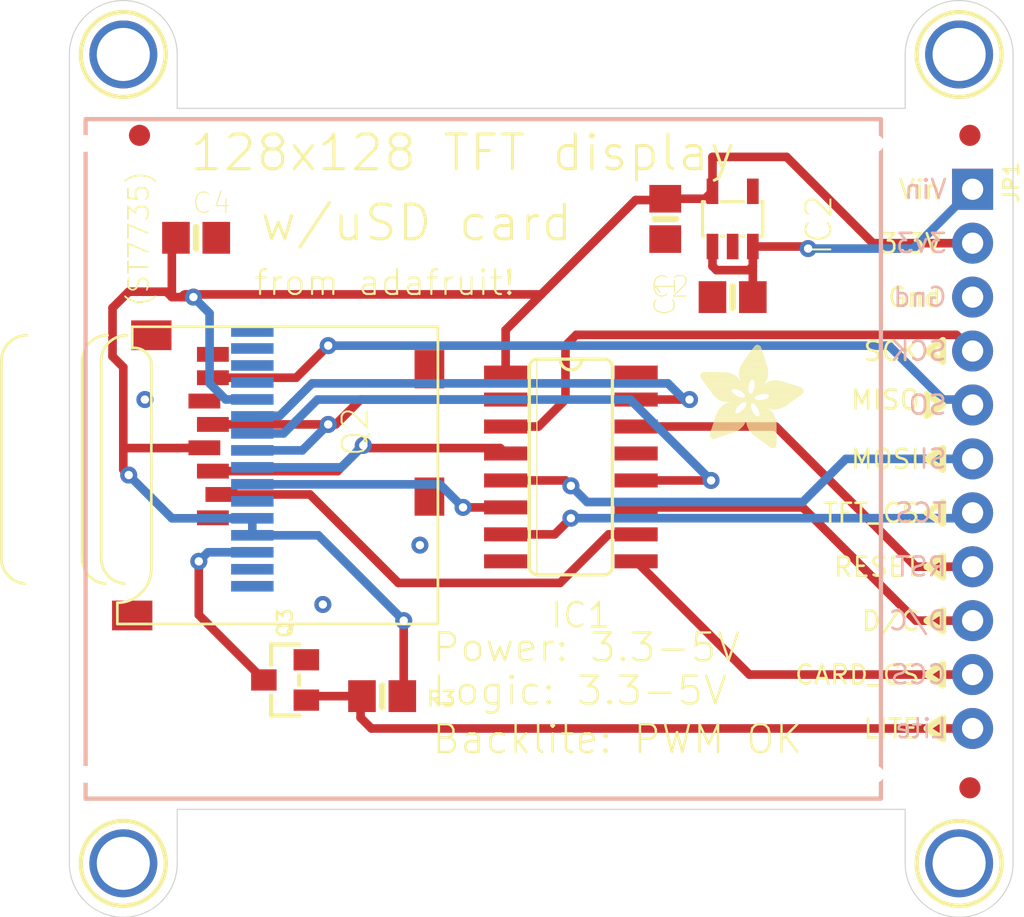
<source format=kicad_pcb>
(kicad_pcb (version 20211014) (generator pcbnew)
  (layers (0 "F.Cu" signal) (1 "In1.Cu" signal) (2 "In2.Cu" signal) (3 "In3.Cu" signal) (4 "In4.Cu" signal) (5 "In5.Cu" signal) (6 "In6.Cu" signal) (7 "In7.Cu" signal) (8 "In8.Cu" signal) (9 "In9.Cu" signal) (10 "In10.Cu" signal) (11 "In11.Cu" signal) (12 "In12.Cu" signal) (13 "In13.Cu" signal) (14 "In14.Cu" signal) (31 "B.Cu" signal) (34 "B.Paste" user) (35 "F.Paste" user) (36 "B.SilkS" user "B.Silkscreen") (37 "F.SilkS" user "F.Silkscreen") (38 "B.Mask" user) (39 "F.Mask" user) (44 "Edge.Cuts" user))
  (net 0 "")
  (net 1 "GND")
  (net 2 "SCK_5V")
  (net 3 "SCK")
  (net 4 "MOSI_5V")
  (net 5 "MOSI")
  (net 6 "MISO")
  (net 7 "+3V3")
  (net 8 "CARDCS_5V")
  (net 9 "CARDCS")
  (net 10 "N$5")
  (net 11 "LITE")
  (net 12 "TFTDC_5V")
  (net 13 "TFTDC")
  (net 14 "TFTCS")
  (net 15 "TFTCS_5V")
  (net 16 "RESET_5V")
  (net 17 "TFTRESET")
  (net 18 "+5V")
  (footprint "boardEagle:MOUNTINGHOLE_2.5_PLATED" (layer "F.Cu") (at 128.8161 124.0536)
    (fp_text reference "U$8" hide)
    (fp_text value "MOUNTINGHOLE2.5" hide)
    (pad "P$1" thru_hole circle (at 0 0) (size 3.2 3.2) (drill 2.5) (layers *.Cu *.Mask))
  )
  (footprint "boardEagle:0805-NO" (layer "F.Cu") (at 154.3431 93.7006 -90)
    (fp_text reference "C2" (at 3.189 0.746) (layer "F.SilkS") (effects (font (size 0.96268 0.96268) (thickness 0.05332)) (justify left)))
    (fp_text value "10uF")
    (pad "1" smd rect (at -0.95 0 270) (size 1.3 1.5) (layers "F.Cu" "F.Paste" "F.Mask") (net 7 "+3V3"))
    (pad "2" smd rect (at 0.95 0 270) (size 1.3 1.5) (layers "F.Cu" "F.Paste" "F.Mask") (net 1 "GND"))
  )
  (footprint "boardEagle:0805-NO" (layer "F.Cu") (at 157.5181 97.3836 180)
    (fp_text reference "C1" (at 3.189 1 90) (layer "F.SilkS") (effects (font (size 0.96268 0.96268) (thickness 0.05332)) (justify right)))
    (fp_text value "10uF")
    (pad "1" smd rect (at -0.95 0 180) (size 1.3 1.5) (layers "F.Cu" "F.Paste" "F.Mask") (net 18 "+5V"))
    (pad "2" smd rect (at 0.95 0 180) (size 1.3 1.5) (layers "F.Cu" "F.Paste" "F.Mask") (net 1 "GND"))
  )
  (footprint "boardEagle:MOUNTINGHOLE_2.5_PLATED" (layer "F.Cu") (at 128.8161 85.9536)
    (fp_text reference "U$7" hide)
    (fp_text value "MOUNTINGHOLE2.5" hide)
    (pad "P$1" thru_hole circle (at 0 0) (size 3.2 3.2) (drill 2.5) (layers *.Cu *.Mask))
  )
  (footprint "boardEagle:SOT23-5L" (layer "F.Cu") (at 157.5181 93.7006)
    (fp_text reference "IC2" (at 4.064 1.778 90) (layer "F.SilkS") (effects (font (size 1.176528 1.176528) (thickness 0.093472)) (justify left)))
    (fp_text value "mic5225-3.3")
    (pad "1" smd rect (at -0.95 1.3) (size 0.55 1.2) (layers "F.Cu" "F.Paste" "F.Mask") (net 18 "+5V"))
    (pad "2" smd rect (at 0 1.3) (size 0.55 1.2) (layers "F.Cu" "F.Paste" "F.Mask") (net 1 "GND"))
    (pad "3" smd rect (at 0.95 1.3) (size 0.55 1.2) (layers "F.Cu" "F.Paste" "F.Mask") (net 18 "+5V"))
    (pad "4" smd rect (at 0.95 -1.3) (size 0.55 1.2) (layers "F.Cu" "F.Paste" "F.Mask"))
    (pad "5" smd rect (at -0.95 -1.3) (size 0.55 1.2) (layers "F.Cu" "F.Paste" "F.Mask") (net 7 "+3V3"))
  )
  (footprint "boardEagle:MOUNTINGHOLE_2.5_PLATED" (layer "F.Cu") (at 168.1861 124.0536)
    (fp_text reference "U$10" hide)
    (fp_text value "MOUNTINGHOLE2.5" hide)
    (pad "P$1" thru_hole circle (at 0 0) (size 3.2 3.2) (drill 2.5) (layers *.Cu *.Mask))
  )
  (footprint "boardEagle:0805-NO" (layer "F.Cu") (at 132.2451 94.5896)
    (fp_text reference "C4" (at -0.238 -1.637) (layer "F.SilkS") (effects (font (size 0.96268 0.96268) (thickness 0.05332)) (justify left)))
    (fp_text value "0.1uF")
    (pad "1" smd rect (at -0.95 0) (size 1.3 1.5) (layers "F.Cu" "F.Paste" "F.Mask") (net 7 "+3V3"))
    (pad "2" smd rect (at 0.95 0) (size 1.3 1.5) (layers "F.Cu" "F.Paste" "F.Mask") (net 1 "GND"))
  )
  (footprint "boardEagle:SOT23-WIDE" (layer "F.Cu") (at 136.4361 115.4176 90)
    (fp_text reference "Q3" (at 1.905 0 90) (layer "F.SilkS") (effects (font (size 0.692831 0.692831) (thickness 0.119969)) (justify left)))
    (fp_text value "BSS138")
    (pad "1" smd rect (at -0.95 1 90) (size 1 1.2) (layers "F.Cu" "F.Paste" "F.Mask") (net 11 "LITE"))
    (pad "2" smd rect (at 0.95 1 90) (size 1 1.2) (layers "F.Cu" "F.Paste" "F.Mask") (net 1 "GND"))
    (pad "3" smd rect (at 0 -1 90) (size 1 1.2) (layers "F.Cu" "F.Paste" "F.Mask") (net 10 "N$5"))
  )
  (footprint "boardEagle:ADAFRUIT_5MM" (layer "F.Cu") (at 155.9941 104.4956)
    (fp_text reference "U$1" hide)
    (fp_text value "" hide)
  )
  (footprint "boardEagle:0805-NO" (layer "F.Cu") (at 141.0081 116.1796)
    (fp_text reference "R3" (at 2.032 0.127) (layer "F.SilkS") (effects (font (size 0.692831 0.692831) (thickness 0.119969)) (justify left)))
    (fp_text value "~2.2K")
    (pad "1" smd rect (at -0.95 0) (size 1.3 1.5) (layers "F.Cu" "F.Paste" "F.Mask") (net 11 "LITE"))
    (pad "2" smd rect (at 0.95 0) (size 1.3 1.5) (layers "F.Cu" "F.Paste" "F.Mask") (net 7 "+3V3"))
  )
  (footprint "boardEagle:MICROSD" (layer "F.Cu") (at 143.6751 98.7806 -90)
    (fp_text reference "Q2" (at 3.7 3.94 90) (layer "F.SilkS") (effects (font (size 1.176528 1.176528) (thickness 0.093472)) (justify right)))
    (fp_text value "MICROSD" hide)
    (pad "1" smd rect (at 9 10.64 270) (size 0.7 1.5) (layers "F.Cu" "F.Paste" "F.Mask"))
    (pad "2" smd rect (at 7.9 10.24 270) (size 0.7 1.5) (layers "F.Cu" "F.Paste" "F.Mask") (net 9 "CARDCS"))
    (pad "3" smd rect (at 6.8 10.64 270) (size 0.7 1.5) (layers "F.Cu" "F.Paste" "F.Mask") (net 5 "MOSI"))
    (pad "4" smd rect (at 5.7 11.04 270) (size 0.7 1.5) (layers "F.Cu" "F.Paste" "F.Mask") (net 7 "+3V3"))
    (pad "5" smd rect (at 4.6 10.64 270) (size 0.7 1.5) (layers "F.Cu" "F.Paste" "F.Mask") (net 3 "SCK"))
    (pad "6" smd rect (at 3.5 11.04 270) (size 0.7 1.5) (layers "F.Cu" "F.Paste" "F.Mask") (net 1 "GND"))
    (pad "7" smd rect (at 2.4 10.64 270) (size 0.7 1.5) (layers "F.Cu" "F.Paste" "F.Mask") (net 6 "MISO"))
    (pad "8" smd rect (at 1.3 10.64 270) (size 0.7 1.5) (layers "F.Cu" "F.Paste" "F.Mask"))
    (pad "CD1" smd rect (at 2 0.44) (size 1.4 1.8) (layers "F.Cu" "F.Paste" "F.Mask"))
    (pad "CD2" smd rect (at 8 0.44) (size 1.4 1.8) (layers "F.Cu" "F.Paste" "F.Mask"))
    (pad "MT1" smd rect (at 0.4 13.54 270) (size 1.4 1.9) (layers "F.Cu" "F.Paste" "F.Mask") (net 1 "GND"))
    (pad "MT2" smd rect (at 13.6 14.44 270) (size 1.4 1.9) (layers "F.Cu" "F.Paste" "F.Mask") (net 1 "GND"))
  )
  (footprint "boardEagle:FIDUCIAL_1MM" (layer "F.Cu") (at 168.6941 89.7636)
    (fp_text reference "U$5" hide)
    (fp_text value "FIDUCIAL" hide)
    (pad "1" smd roundrect (at 0 0) (size 1 1) (layers "F.Cu") (roundrect_rratio 0.5))
  )
  (footprint "boardEagle:SO16" (layer "F.Cu") (at 149.8981 105.3846 -90)
    (fp_text reference "IC1" (at 6.985 1.016) (layer "F.SilkS") (effects (font (size 1.1557 1.1557) (thickness 0.1143)) (justify left)))
    (fp_text value "4050D")
    (pad "1" smd rect (at -4.445 3.0734 270) (size 0.6604 2.032) (layers "F.Cu" "F.Paste" "F.Mask") (net 7 "+3V3"))
    (pad "2" smd rect (at -3.175 3.0734 270) (size 0.6604 2.032) (layers "F.Cu" "F.Paste" "F.Mask") (net 3 "SCK"))
    (pad "3" smd rect (at -1.905 3.0734 270) (size 0.6604 2.032) (layers "F.Cu" "F.Paste" "F.Mask") (net 2 "SCK_5V"))
    (pad "4" smd rect (at -0.635 3.0734 270) (size 0.6604 2.032) (layers "F.Cu" "F.Paste" "F.Mask") (net 5 "MOSI"))
    (pad "5" smd rect (at 0.635 3.0734 270) (size 0.6604 2.032) (layers "F.Cu" "F.Paste" "F.Mask") (net 4 "MOSI_5V"))
    (pad "6" smd rect (at 1.905 3.0734 270) (size 0.6604 2.032) (layers "F.Cu" "F.Paste" "F.Mask") (net 14 "TFTCS"))
    (pad "7" smd rect (at 3.175 3.0734 270) (size 0.6604 2.032) (layers "F.Cu" "F.Paste" "F.Mask") (net 15 "TFTCS_5V"))
    (pad "8" smd rect (at 4.445 3.0734 270) (size 0.6604 2.032) (layers "F.Cu" "F.Paste" "F.Mask") (net 1 "GND"))
    (pad "9" smd rect (at 4.445 -3.0734 270) (size 0.6604 2.032) (layers "F.Cu" "F.Paste" "F.Mask") (net 8 "CARDCS_5V"))
    (pad "10" smd rect (at 3.175 -3.0734 270) (size 0.6604 2.032) (layers "F.Cu" "F.Paste" "F.Mask") (net 9 "CARDCS"))
    (pad "11" smd rect (at 1.905 -3.0734 270) (size 0.6604 2.032) (layers "F.Cu" "F.Paste" "F.Mask") (net 12 "TFTDC_5V"))
    (pad "12" smd rect (at 0.635 -3.0734 270) (size 0.6604 2.032) (layers "F.Cu" "F.Paste" "F.Mask") (net 13 "TFTDC"))
    (pad "13" smd rect (at -0.635 -3.0734 270) (size 0.6604 2.032) (layers "F.Cu" "F.Paste" "F.Mask"))
    (pad "14" smd rect (at -1.905 -3.0734 270) (size 0.6604 2.032) (layers "F.Cu" "F.Paste" "F.Mask") (net 16 "RESET_5V"))
    (pad "15" smd rect (at -3.175 -3.0734 270) (size 0.6604 2.032) (layers "F.Cu" "F.Paste" "F.Mask") (net 17 "TFTRESET"))
    (pad "16" smd rect (at -4.445 -3.0734 270) (size 0.6604 2.032) (layers "F.Cu" "F.Paste" "F.Mask"))
  )
  (footprint "boardEagle:FIDUCIAL_1MM" (layer "F.Cu") (at 129.5781 89.7636)
    (fp_text reference "U$4" hide)
    (fp_text value "FIDUCIAL" hide)
    (pad "1" smd roundrect (at 0 0) (size 1 1) (layers "F.Cu") (roundrect_rratio 0.5))
  )
  (footprint "boardEagle:FIDUCIAL_1MM" (layer "F.Cu") (at 168.6941 120.4976)
    (fp_text reference "U$3" hide)
    (fp_text value "FIDUCIAL" hide)
    (pad "1" smd roundrect (at 0 0) (size 1 1) (layers "F.Cu") (roundrect_rratio 0.5))
  )
  (footprint "boardEagle:1X11_ROUND_76" (layer "F.Cu") (at 168.8211 105.0036 -90)
    (fp_text reference "JP1" (at -14.0462 -1.8288 90) (layer "F.SilkS") (effects (font (size 0.692831 0.692831) (thickness 0.119969)) (justify right)))
    (fp_text value "")
    (pad "1" thru_hole rect (at -12.7 0) (size 1.9304 1.9304) (drill 1) (layers *.Cu *.Mask) (net 18 "+5V"))
    (pad "2" thru_hole circle (at -10.16 0) (size 1.9304 1.9304) (drill 1) (layers *.Cu *.Mask) (net 7 "+3V3"))
    (pad "3" thru_hole circle (at -7.62 0) (size 1.9304 1.9304) (drill 1) (layers *.Cu *.Mask) (net 1 "GND"))
    (pad "4" thru_hole circle (at -5.08 0) (size 1.9304 1.9304) (drill 1) (layers *.Cu *.Mask) (net 2 "SCK_5V"))
    (pad "5" thru_hole circle (at -2.54 0) (size 1.9304 1.9304) (drill 1) (layers *.Cu *.Mask) (net 6 "MISO"))
    (pad "6" thru_hole circle (at 0 0) (size 1.9304 1.9304) (drill 1) (layers *.Cu *.Mask) (net 4 "MOSI_5V"))
    (pad "7" thru_hole circle (at 2.54 0) (size 1.9304 1.9304) (drill 1) (layers *.Cu *.Mask) (net 15 "TFTCS_5V"))
    (pad "8" thru_hole circle (at 5.08 0) (size 1.9304 1.9304) (drill 1) (layers *.Cu *.Mask) (net 16 "RESET_5V"))
    (pad "9" thru_hole circle (at 7.62 0) (size 1.9304 1.9304) (drill 1) (layers *.Cu *.Mask) (net 12 "TFTDC_5V"))
    (pad "10" thru_hole circle (at 10.16 0) (size 1.9304 1.9304) (drill 1) (layers *.Cu *.Mask) (net 8 "CARDCS_5V"))
    (pad "11" thru_hole circle (at 12.7 0) (size 1.9304 1.9304) (drill 1) (layers *.Cu *.Mask) (net 11 "LITE"))
  )
  (footprint "boardEagle:MOUNTINGHOLE_2.5_PLATED" (layer "F.Cu") (at 168.1861 85.9536)
    (fp_text reference "U$9" hide)
    (fp_text value "MOUNTINGHOLE2.5" hide)
    (pad "P$1" thru_hole circle (at 0 0) (size 3.2 3.2) (drill 2.5) (layers *.Cu *.Mask))
  )
  (footprint "boardEagle:TFT_FPC1441609" (layer "B.Cu") (at 134.6581 105.0036 90)
    (fp_text reference "TFT2" hide)
    (fp_text value "DISP_LCD_FPC1441609" hide)
    (pad "" np_thru_hole circle (at 14.859 29.591 90) (size 0.8 0.8) (drill 0.8) (layers *.Cu *.Mask))
    (pad "" np_thru_hole circle (at 14.859 -7.62 90) (size 0.8 0.8) (drill 0.8) (layers *.Cu *.Mask))
    (pad "" np_thru_hole circle (at -14.859 -7.62 90) (size 0.8 0.8) (drill 0.8) (layers *.Cu *.Mask))
    (pad "" np_thru_hole circle (at -14.859 29.591 90) (size 0.8 0.8) (drill 0.8) (layers *.Cu *.Mask))
    (pad "1" smd rect (at 6 0.235) (size 2 0.5) (layers "B.Cu" "B.Paste" "B.Mask") (net 1 "GND"))
    (pad "2" smd rect (at 5.2 0.235) (size 2 0.5) (layers "B.Cu" "B.Paste" "B.Mask") (net 1 "GND"))
    (pad "3" smd rect (at 4.4 0.235) (size 2 0.5) (layers "B.Cu" "B.Paste" "B.Mask"))
    (pad "4" smd rect (at 3.6 0.235) (size 2 0.5) (layers "B.Cu" "B.Paste" "B.Mask") (net 1 "GND"))
    (pad "5" smd rect (at 2.8 0.235) (size 2 0.5) (layers "B.Cu" "B.Paste" "B.Mask") (net 7 "+3V3"))
    (pad "6" smd rect (at 2 0.235) (size 2 0.5) (layers "B.Cu" "B.Paste" "B.Mask") (net 17 "TFTRESET"))
    (pad "7" smd rect (at 1.2 0.235) (size 2 0.5) (layers "B.Cu" "B.Paste" "B.Mask") (net 13 "TFTDC"))
    (pad "8" smd rect (at 0.4 0.235) (size 2 0.5) (layers "B.Cu" "B.Paste" "B.Mask") (net 3 "SCK"))
    (pad "9" smd rect (at -0.4 0.235) (size 2 0.5) (layers "B.Cu" "B.Paste" "B.Mask") (net 5 "MOSI"))
    (pad "10" smd rect (at -1.2 0.235) (size 2 0.5) (layers "B.Cu" "B.Paste" "B.Mask") (net 14 "TFTCS"))
    (pad "11" smd rect (at -2 0.235) (size 2 0.5) (layers "B.Cu" "B.Paste" "B.Mask") (net 1 "GND"))
    (pad "12" smd rect (at -2.8 0.235) (size 2 0.5) (layers "B.Cu" "B.Paste" "B.Mask") (net 7 "+3V3"))
    (pad "13" smd rect (at -3.6 0.235) (size 2 0.5) (layers "B.Cu" "B.Paste" "B.Mask") (net 7 "+3V3"))
    (pad "14" smd rect (at -4.4 0.235) (size 2 0.5) (layers "B.Cu" "B.Paste" "B.Mask") (net 10 "N$5"))
    (pad "15" smd rect (at -5.2 0.235) (size 2 0.5) (layers "B.Cu" "B.Paste" "B.Mask") (net 1 "GND"))
    (pad "16" smd rect (at -6 0.235) (size 2 0.5) (layers "B.Cu" "B.Paste" "B.Mask"))
  )
  (gr_line (start 166.6621 101.9556) (end 166.6621 102.9716) (layer "F.SilkS") (width 0.3048))
  (gr_line (start 167.4241 102.4636) (end 166.6621 101.9556) (layer "F.SilkS") (width 0.3048))
  (gr_line (start 166.6621 105.0036) (end 167.4241 105.5116) (layer "F.SilkS") (width 0.3048))
  (gr_line (start 167.4241 115.6716) (end 167.4241 114.6556) (layer "F.SilkS") (width 0.3048))
  (gr_line (start 167.4241 109.5756) (end 166.6621 110.0836) (layer "F.SilkS") (width 0.3048))
  (gr_line (start 166.6621 115.1636) (end 167.4241 115.6716) (layer "F.SilkS") (width 0.3048))
  (gr_line (start 166.6621 117.7036) (end 167.4241 117.1956) (layer "F.SilkS") (width 0.3048))
  (gr_line (start 167.4241 110.5916) (end 167.4241 109.5756) (layer "F.SilkS") (width 0.3048))
  (gr_line (start 167.4241 107.0356) (end 166.6621 107.5436) (layer "F.SilkS") (width 0.3048))
  (gr_line (start 167.4241 108.0516) (end 167.4241 107.0356) (layer "F.SilkS") (width 0.3048))
  (gr_line (start 167.4241 99.4156) (end 167.4241 100.4316) (layer "F.SilkS") (width 0.3048))
  (gr_line (start 166.6621 110.0836) (end 167.4241 110.5916) (layer "F.SilkS") (width 0.3048))
  (gr_line (start 166.6621 102.9716) (end 167.4241 102.4636) (layer "F.SilkS") (width 0.3048))
  (gr_line (start 167.4241 118.2116) (end 166.6621 117.7036) (layer "F.SilkS") (width 0.3048))
  (gr_line (start 167.4241 100.4316) (end 166.6621 99.9236) (layer "F.SilkS") (width 0.3048))
  (gr_line (start 167.4241 112.1156) (end 166.6621 112.6236) (layer "F.SilkS") (width 0.3048))
  (gr_line (start 167.4241 105.5116) (end 167.4241 104.4956) (layer "F.SilkS") (width 0.3048))
  (gr_line (start 167.4241 114.6556) (end 166.6621 115.1636) (layer "F.SilkS") (width 0.3048))
  (gr_line (start 166.6621 112.6236) (end 167.4241 113.1316) (layer "F.SilkS") (width 0.3048))
  (gr_line (start 167.4241 117.1956) (end 167.4241 118.2116) (layer "F.SilkS") (width 0.3048))
  (gr_line (start 167.4241 113.1316) (end 167.4241 112.1156) (layer "F.SilkS") (width 0.3048))
  (gr_line (start 166.6621 107.5436) (end 167.4241 108.0516) (layer "F.SilkS") (width 0.3048))
  (gr_line (start 167.4241 104.4956) (end 166.6621 105.0036) (layer "F.SilkS") (width 0.3048))
  (gr_line (start 166.6621 99.9236) (end 167.4241 99.4156) (layer "F.SilkS") (width 0.3048))
  (gr_arc (start 131.3561 124.0536) (mid 130.612151 125.849651) (end 128.8161 126.5936) (layer "Edge.Cuts") (width 0.05))
  (gr_arc (start 126.2761 85.9536) (mid 127.020049 84.157549) (end 128.8161 83.4136) (layer "Edge.Cuts") (width 0.05))
  (gr_arc (start 168.1861 126.5936) (mid 166.390049 125.849651) (end 165.6461 124.0536) (layer "Edge.Cuts") (width 0.05))
  (gr_line (start 131.3561 124.0536) (end 131.3561 121.5136) (layer "Edge.Cuts") (width 0.05))
  (gr_arc (start 128.8161 126.5936) (mid 127.020049 125.849651) (end 126.2761 124.0536) (layer "Edge.Cuts") (width 0.05))
  (gr_arc (start 165.6461 85.9536) (mid 166.390049 84.157549) (end 168.1861 83.4136) (layer "Edge.Cuts") (width 0.05))
  (gr_arc (start 128.8161 83.4136) (mid 130.612151 84.157549) (end 131.3561 85.9536) (layer "Edge.Cuts") (width 0.05))
  (gr_line (start 165.6461 85.9536) (end 165.6461 88.4936) (layer "Edge.Cuts") (width 0.05))
  (gr_line (start 131.3561 121.5136) (end 165.6461 121.5136) (layer "Edge.Cuts") (width 0.05))
  (gr_line (start 170.7261 124.0536) (end 170.7261 85.9536) (layer "Edge.Cuts") (width 0.05))
  (gr_line (start 126.2761 85.9536) (end 126.2761 124.0536) (layer "Edge.Cuts") (width 0.05))
  (gr_line (start 131.3561 88.4936) (end 131.3561 85.9536) (layer "Edge.Cuts") (width 0.05))
  (gr_arc (start 168.1861 83.4136) (mid 169.982151 84.157549) (end 170.7261 85.9536) (layer "Edge.Cuts") (width 0.05))
  (gr_arc (start 170.7261 124.0536) (mid 169.982151 125.849651) (end 168.1861 126.5936) (layer "Edge.Cuts") (width 0.05))
  (gr_line (start 165.6461 88.4936) (end 131.3561 88.4936) (layer "Edge.Cuts") (width 0.05))
  (gr_line (start 165.6461 121.5136) (end 165.6461 124.0536) (layer "Edge.Cuts") (width 0.05))
  (gr_text "SO" (at 167.6781 102.4636) (layer "B.SilkS") (effects (font (size 0.89408 0.89408) (thickness 0.12192)) (justify left mirror)))
  (gr_text "CCS" (at 167.6781 115.1636) (layer "B.SilkS") (effects (font (size 0.89408 0.89408) (thickness 0.12192)) (justify left mirror)))
  (gr_text "Lite" (at 167.6781 117.7036) (layer "B.SilkS") (effects (font (size 0.89408 0.89408) (thickness 0.12192)) (justify left mirror)))
  (gr_text "TCS" (at 167.6781 107.5436) (layer "B.SilkS") (effects (font (size 0.89408 0.89408) (thickness 0.12192)) (justify left mirror)))
  (gr_text "RST" (at 167.6781 110.0836) (layer "B.SilkS") (effects (font (size 0.89408 0.89408) (thickness 0.12192)) (justify left mirror)))
  (gr_text "Vin" (at 167.6781 92.3036) (layer "B.SilkS") (effects (font (size 0.89408 0.89408) (thickness 0.12192)) (justify left mirror)))
  (gr_text "D/C" (at 167.6781 112.6236) (layer "B.SilkS") (effects (font (size 0.89408 0.89408) (thickness 0.12192)) (justify left mirror)))
  (gr_text "SCK" (at 167.6781 99.9236) (layer "B.SilkS") (effects (font (size 0.89408 0.89408) (thickness 0.12192)) (justify left mirror)))
  (gr_text "3v3" (at 167.6781 94.8436) (layer "B.SilkS") (effects (font (size 0.89408 0.89408) (thickness 0.12192)) (justify left mirror)))
  (gr_text "Gnd" (at 167.6781 97.3836) (layer "B.SilkS") (effects (font (size 0.89408 0.89408) (thickness 0.12192)) (justify left mirror)))
  (gr_text "SI" (at 167.6781 105.0036) (layer "B.SilkS") (effects (font (size 0.89408 0.89408) (thickness 0.12192)) (justify left mirror)))
  (gr_text "MISO" (at 166.4081 101.7016) (layer "F.SilkS") (effects (font (size 0.89408 0.89408) (thickness 0.12192)) (justify right top)))
  (gr_text "D/C" (at 166.4081 112.1156) (layer "F.SilkS") (effects (font (size 0.89408 0.89408) (thickness 0.12192)) (justify right top)))
  (gr_text "LITE" (at 166.4081 117.1956) (layer "F.SilkS") (effects (font (size 0.89408 0.89408) (thickness 0.12192)) (justify right top)))
  (gr_text "3.3V" (at 167.4241 94.3356) (layer "F.SilkS") (effects (font (size 0.89408 0.89408) (thickness 0.12192)) (justify right top)))
  (gr_text "from adafruit!" (at 134.9121 97.3836) (layer "F.SilkS") (effects (font (size 1.1684 1.1684) (thickness 0.1016)) (justify left bottom)))
  (gr_text "128x128 TFT display" (at 131.8641 91.5416) (layer "F.SilkS") (effects (font (size 1.63576 1.63576) (thickness 0.14224)) (justify left bottom)))
  (gr_text "Logic: 3.3-5V" (at 143.2941 116.6876) (layer "F.SilkS") (effects (font (size 1.308608 1.308608) (thickness 0.113792)) (justify left bottom)))
  (gr_text "MOSI" (at 166.4081 104.4956) (layer "F.SilkS") (effects (font (size 0.89408 0.89408) (thickness 0.12192)) (justify right top)))
  (gr_text "TFT_CS" (at 166.4081 107.0356) (layer "F.SilkS") (effects (font (size 0.89408 0.89408) (thickness 0.12192)) (justify right top)))
  (gr_text "Backlite: PWM OK" (at 143.2941 118.9736) (layer "F.SilkS") (effects (font (size 1.308608 1.308608) (thickness 0.113792)) (justify left bottom)))
  (gr_text "RESET" (at 166.4081 109.5756) (layer "F.SilkS") (effects (font (size 0.89408 0.89408) (thickness 0.12192)) (justify right top)))
  (gr_text "Gnd" (at 167.4241 96.8756) (layer "F.SilkS") (effects (font (size 0.89408 0.89408) (thickness 0.12192)) (justify right top)))
  (gr_text "Power: 3.3-5V" (at 143.2941 114.6556) (layer "F.SilkS") (effects (font (size 1.308608 1.308608) (thickness 0.113792)) (justify left bottom)))
  (gr_text "w/uSD card" (at 135.1661 94.8436) (layer "F.SilkS") (effects (font (size 1.63576 1.63576) (thickness 0.14224)) (justify left bottom)))
  (gr_text "SCK" (at 166.4081 99.4156) (layer "F.SilkS") (effects (font (size 0.89408 0.89408) (thickness 0.12192)) (justify right top)))
  (gr_text "CARD_CS" (at 166.4081 114.6556) (layer "F.SilkS") (effects (font (size 0.89408 0.89408) (thickness 0.12192)) (justify right top)))
  (gr_text "Vin" (at 167.4241 91.7956) (layer "F.SilkS") (effects (font (size 0.89408 0.89408) (thickness 0.12192)) (justify right top)))
  (gr_text "(ST7735)" (at 130.0861 97.8916 90) (layer "F.SilkS") (effects (font (size 0.93472 0.93472) (thickness 0.08128)) (justify left bottom)))
  (via (at 129.8321 102.2096) (size 0.8001) (drill 0.3937) (layers "F.Cu" "B.Cu") (net 1))
  (via (at 142.7861 109.0676) (size 0.8001) (drill 0.3937) (layers "F.Cu" "B.Cu") (net 1))
  (via (at 138.2141 111.8616) (size 0.8001) (drill 0.3937) (layers "F.Cu" "B.Cu") (net 1))
  (segment (start 148.3741 103.4796) (end 146.8247 103.4796) (width 0.4064) (layer "F.Cu") (net 2))
  (segment (start 168.0591 99.1616) (end 150.1521 99.1616) (width 0.4064) (layer "F.Cu") (net 2))
  (segment (start 149.6441 99.6696) (end 149.6441 102.2096) (width 0.4064) (layer "F.Cu") (net 2))
  (segment (start 146.0881 103.4796) (end 146.8247 103.4796) (width 0.4064) (layer "F.Cu") (net 2))
  (segment (start 168.8211 99.9236) (end 168.0591 99.1616) (width 0.4064) (layer "F.Cu") (net 2))
  (segment (start 150.1521 99.1616) (end 149.6441 99.6696) (width 0.4064) (layer "F.Cu") (net 2))
  (segment (start 149.6441 102.2096) (end 148.3741 103.4796) (width 0.4064) (layer "F.Cu") (net 2))
  (segment (start 138.8211 103.3806) (end 139.9921 102.2096) (width 0.4064) (layer "F.Cu") (net 3))
  (segment (start 139.9921 102.2096) (end 146.8247 102.2096) (width 0.4064) (layer "F.Cu") (net 3))
  (segment (start 133.0351 103.3806) (end 138.4681 103.3806) (width 0.4064) (layer "F.Cu") (net 3))
  (segment (start 138.4681 103.3806) (end 138.8211 103.3806) (width 0.4064) (layer "F.Cu") (net 3))
  (via (at 138.4681 103.3806) (size 0.8001) (drill 0.3937) (layers "F.Cu" "B.Cu") (net 3))
  (segment (start 137.2451 104.6036) (end 138.4681 103.3806) (width 0.4064) (layer "B.Cu") (net 3))
  (segment (start 134.8931 104.6036) (end 137.2451 104.6036) (width 0.4064) (layer "B.Cu") (net 3))
  (segment (start 146.8247 106.0196) (end 149.6441 106.0196) (width 0.4064) (layer "F.Cu") (net 4))
  (segment (start 149.6441 106.0196) (end 149.8981 106.2736) (width 0.4064) (layer "F.Cu") (net 4))
  (via (at 149.8981 106.2736) (size 0.8001) (drill 0.3937) (layers "F.Cu" "B.Cu") (net 4))
  (segment (start 149.8981 106.2736) (end 150.6601 107.0356) (width 0.4064) (layer "B.Cu") (net 4))
  (segment (start 150.6601 107.0356) (end 160.8201 107.0356) (width 0.4064) (layer "B.Cu") (net 4))
  (segment (start 160.8201 107.0356) (end 162.8521 105.0036) (width 0.4064) (layer "B.Cu") (net 4))
  (segment (start 162.8521 105.0036) (end 168.8211 105.0036) (width 0.4064) (layer "B.Cu") (net 4))
  (segment (start 140.1191 104.3686) (end 139.9921 104.4956) (width 0.4064) (layer "F.Cu") (net 5))
  (segment (start 139.9921 104.4956) (end 146.5707 104.4956) (width 0.4064) (layer "F.Cu") (net 5))
  (segment (start 138.9071 105.5806) (end 140.1191 104.3686) (width 0.4064) (layer "F.Cu") (net 5))
  (segment (start 133.0351 105.5806) (end 138.9071 105.5806) (width 0.4064) (layer "F.Cu") (net 5))
  (segment (start 146.5707 104.4956) (end 146.8247 104.7496) (width 0.4064) (layer "F.Cu") (net 5))
  (via (at 140.1191 104.3686) (size 0.8001) (drill 0.3937) (layers "F.Cu" "B.Cu") (net 5))
  (segment (start 139.0841 105.4036) (end 140.1191 104.3686) (width 0.4064) (layer "B.Cu") (net 5))
  (segment (start 134.8931 105.4036) (end 139.0841 105.4036) (width 0.4064) (layer "B.Cu") (net 5))
  (segment (start 139.8461 104.6036) (end 140.1191 104.3686) (width 0.4064) (layer "B.Cu") (net 5))
  (segment (start 136.9571 101.1806) (end 138.4681 99.6696) (width 0.4064) (layer "F.Cu") (net 6))
  (segment (start 133.0351 101.1806) (end 136.9571 101.1806) (width 0.4064) (layer "F.Cu") (net 6))
  (via (at 138.4681 99.6696) (size 0.8001) (drill 0.3937) (layers "F.Cu" "B.Cu") (net 6))
  (segment (start 168.5671 102.2096) (end 168.8211 102.4636) (width 0.4064) (layer "B.Cu") (net 6))
  (segment (start 138.4681 99.6696) (end 164.8841 99.6696) (width 0.4064) (layer "B.Cu") (net 6))
  (segment (start 164.8841 99.6696) (end 167.4241 102.2096) (width 0.4064) (layer "B.Cu") (net 6))
  (segment (start 167.4241 102.2096) (end 168.5671 102.2096) (width 0.4064) (layer "B.Cu") (net 6))
  (segment (start 148.5011 97.2566) (end 152.9461 92.8116) (width 0.4064) (layer "F.Cu") (net 7))
  (segment (start 152.9461 92.8116) (end 154.2821 92.8116) (width 0.4064) (layer "F.Cu") (net 7))
  (segment (start 128.3081 97.8916) (end 129.0701 97.1296) (width 0.4064) (layer "F.Cu") (net 7))
  (segment (start 156.2181 92.7506) (end 156.5681 92.4006) (width 0.4064) (layer "F.Cu") (net 7))
  (segment (start 131.7371 97.2566) (end 148.5011 97.2566) (width 0.4064) (layer "F.Cu") (net 7))
  (segment (start 142.0241 112.6236) (end 142.0241 116.1136) (width 0.4064) (layer "F.Cu") (net 7))
  (segment (start 156.5681 90.7796) (end 160.0581 90.7796) (width 0.4064) (layer "F.Cu") (net 7))
  (segment (start 128.8161 104.4956) (end 131.3501 104.4956) (width 0.4064) (layer "F.Cu") (net 7))
  (segment (start 142.0241 116.1136) (end 141.9581 116.1796) (width 0.4064) (layer "F.Cu") (net 7))
  (segment (start 130.8481 97.1296) (end 131.1021 97.3836) (width 0.4064) (layer "F.Cu") (net 7))
  (segment (start 131.2951 94.5896) (end 131.1021 94.7826) (width 0.4064) (layer "F.Cu") (net 7))
  (segment (start 154.3431 92.7506) (end 156.2181 92.7506) (width 0.4064) (layer "F.Cu") (net 7))
  (segment (start 131.6101 97.3836) (end 131.1021 97.3836) (width 0.4064) (layer "F.Cu") (net 7))
  (segment (start 128.8161 100.6856) (end 128.3081 100.1776) (width 0.4064) (layer "F.Cu") (net 7))
  (segment (start 128.8161 100.6856) (end 128.8161 104.4956) (width 0.4064) (layer "F.Cu") (net 7))
  (segment (start 146.8247 98.933) (end 148.5011 97.2566) (width 0.4064) (layer "F.Cu") (net 7))
  (segment (start 146.8247 100.9396) (end 146.8247 98.933) (width 0.4064) (layer "F.Cu") (net 7))
  (segment (start 154.2821 92.8116) (end 154.3431 92.7506) (width 0.4064) (layer "F.Cu") (net 7))
  (segment (start 131.6736 97.273615) (end 131.7371 97.2566) (width 0.4064) (layer "F.Cu") (net 7))
  (segment (start 131.3501 104.4956) (end 132.6351 104.4806) (width 0.4064) (layer "F.Cu") (net 7))
  (segment (start 160.0581 90.7796) (end 164.1221 94.8436) (width 0.4064) (layer "F.Cu") (net 7))
  (segment (start 128.3081 100.1776) (end 128.3081 97.8916) (width 0.4064) (layer "F.Cu") (net 7))
  (segment (start 131.1021 94.7826) (end 131.1021 97.3836) (width 0.4064) (layer "F.Cu") (net 7))
  (segment (start 132.1181 97.3836) (end 131.6101 97.3836) (width 0.4064) (layer "F.Cu") (net 7))
  (segment (start 131.6101 97.3836) (end 131.6101 97.3836) (width 0.4064) (layer "F.Cu") (net 7))
  (segment (start 131.627115 97.3201) (end 131.6736 97.273615) (width 0.4064) (layer "F.Cu") (net 7))
  (segment (start 164.1221 94.8436) (end 168.8211 94.8436) (width 0.4064) (layer "F.Cu") (net 7))
  (segment (start 156.5681 92.4006) (end 156.5681 90.7796) (width 0.4064) (layer "F.Cu") (net 7))
  (segment (start 131.6101 97.3836) (end 131.627115 97.3201) (width 0.4064) (layer "F.Cu") (net 7))
  (segment (start 128.8161 105.5116) (end 128.8161 104.4956) (width 0.4064) (layer "F.Cu") (net 7))
  (segment (start 129.0701 97.1296) (end 130.8481 97.1296) (width 0.4064) (layer "F.Cu") (net 7))
  (segment (start 129.0701 105.7656) (end 128.8161 105.5116) (width 0.4064) (layer "F.Cu") (net 7))
  (via (at 132.1181 97.3836) (size 0.8001) (drill 0.3937) (layers "F.Cu" "B.Cu") (net 7))
  (via (at 142.0241 112.6236) (size 0.8001) (drill 0.3937) (layers "F.Cu" "B.Cu") (net 7))
  (via (at 129.0701 105.7656) (size 0.8001) (drill 0.3937) (layers "F.Cu" "B.Cu") (net 7))
  (segment (start 133.6361 102.2036) (end 134.8931 102.2036) (width 0.4064) (layer "B.Cu") (net 7))
  (segment (start 138.0041 108.6036) (end 142.0241 112.6236) (width 0.4064) (layer "B.Cu") (net 7))
  (segment (start 134.8931 108.6036) (end 138.0041 108.6036) (width 0.4064) (layer "B.Cu") (net 7))
  (segment (start 131.1081 107.8036) (end 129.0701 105.7656) (width 0.4064) (layer "B.Cu") (net 7))
  (segment (start 132.8801 98.1456) (end 132.1181 97.3836) (width 0.4064) (layer "B.Cu") (net 7))
  (segment (start 132.8801 101.4476) (end 132.8801 98.1456) (width 0.4064) (layer "B.Cu") (net 7))
  (segment (start 132.8801 101.4476) (end 133.6361 102.2036) (width 0.4064) (layer "B.Cu") (net 7))
  (segment (start 134.8931 108.6036) (end 134.8931 107.8036) (width 0.4064) (layer "B.Cu") (net 7))
  (segment (start 134.8931 107.8036) (end 131.1081 107.8036) (width 0.4064) (layer "B.Cu") (net 7))
  (segment (start 152.9715 109.8296) (end 158.3055 115.1636) (width 0.4064) (layer "F.Cu") (net 8))
  (segment (start 158.3055 115.1636) (end 168.8211 115.1636) (width 0.4064) (layer "F.Cu") (net 8))
  (segment (start 133.4351 106.6806) (end 137.6051 106.6806) (width 0.4064) (layer "F.Cu") (net 9))
  (segment (start 151.6761 108.5596) (end 152.9715 108.5596) (width 0.4064) (layer "F.Cu") (net 9))
  (segment (start 137.6051 106.6806) (end 141.7701 110.8456) (width 0.4064) (layer "F.Cu") (net 9))
  (segment (start 149.3901 110.8456) (end 151.6761 108.5596) (width 0.4064) (layer "F.Cu") (net 9))
  (segment (start 141.7701 110.8456) (end 149.3901 110.8456) (width 0.4064) (layer "F.Cu") (net 9))
  (segment (start 135.4361 115.4176) (end 132.3721 112.3536) (width 0.4064) (layer "F.Cu") (net 10))
  (segment (start 132.3721 112.3536) (end 132.3721 109.8296) (width 0.4064) (layer "F.Cu") (net 10))
  (via (at 132.3721 109.8296) (size 0.8001) (drill 0.3937) (layers "F.Cu" "B.Cu") (net 10))
  (segment (start 132.7981 109.4036) (end 132.3721 109.8296) (width 0.4064) (layer "B.Cu") (net 10))
  (segment (start 134.8931 109.4036) (end 132.7981 109.4036) (width 0.4064) (layer "B.Cu") (net 10))
  (segment (start 137.6241 116.1796) (end 137.4361 116.3676) (width 0.4064) (layer "F.Cu") (net 11))
  (segment (start 139.9921 116.2456) (end 140.0581 116.1796) (width 0.4064) (layer "F.Cu") (net 11))
  (segment (start 168.8211 117.7036) (end 140.5001 117.7036) (width 0.4064) (layer "F.Cu") (net 11))
  (segment (start 140.0581 116.1796) (end 137.6241 116.1796) (width 0.4064) (layer "F.Cu") (net 11))
  (segment (start 140.5001 117.7036) (end 139.9921 117.1956) (width 0.4064) (layer "F.Cu") (net 11))
  (segment (start 139.9921 117.1956) (end 139.9921 116.2456) (width 0.4064) (layer "F.Cu") (net 11))
  (segment (start 160.8201 107.2896) (end 166.1541 112.6236) (width 0.4064) (layer "F.Cu") (net 12))
  (segment (start 166.1541 112.6236) (end 168.8211 112.6236) (width 0.4064) (layer "F.Cu") (net 12))
  (segment (start 152.9715 107.2896) (end 160.8201 107.2896) (width 0.4064) (layer "F.Cu") (net 12))
  (segment (start 156.5021 106.0196) (end 152.9715 106.0196) (width 0.4064) (layer "F.Cu") (net 13))
  (via (at 156.5021 106.0196) (size 0.8001) (drill 0.3937) (layers "F.Cu" "B.Cu") (net 13))
  (segment (start 152.6921 102.2096) (end 156.5021 106.0196) (width 0.4064) (layer "B.Cu") (net 13))
  (segment (start 137.9601 102.2096) (end 152.6921 102.2096) (width 0.4064) (layer "B.Cu") (net 13))
  (segment (start 134.8931 103.8036) (end 136.3661 103.8036) (width 0.4064) (layer "B.Cu") (net 13))
  (segment (start 136.3661 103.8036) (end 137.9601 102.2096) (width 0.4064) (layer "B.Cu") (net 13))
  (segment (start 144.8181 107.2896) (end 146.8247 107.2896) (width 0.4064) (layer "F.Cu") (net 14))
  (via (at 144.8181 107.2896) (size 0.8001) (drill 0.3937) (layers "F.Cu" "B.Cu") (net 14))
  (segment (start 143.7321 106.2036) (end 144.8181 107.2896) (width 0.4064) (layer "B.Cu") (net 14))
  (segment (start 134.8931 106.2036) (end 143.7321 106.2036) (width 0.4064) (layer "B.Cu") (net 14))
  (segment (start 146.8247 108.5596) (end 149.1361 108.5596) (width 0.4064) (layer "F.Cu") (net 15))
  (segment (start 149.1361 108.5596) (end 149.8981 107.7976) (width 0.4064) (layer "F.Cu") (net 15))
  (via (at 149.8981 107.7976) (size 0.8001) (drill 0.3937) (layers "F.Cu" "B.Cu") (net 15))
  (segment (start 168.5671 107.7976) (end 168.8211 107.5436) (width 0.4064) (layer "B.Cu") (net 15))
  (segment (start 149.8981 107.7976) (end 168.5671 107.7976) (width 0.4064) (layer "B.Cu") (net 15))
  (segment (start 166.1541 110.0836) (end 168.8211 110.0836) (width 0.4064) (layer "F.Cu") (net 16))
  (segment (start 152.9715 103.4796) (end 159.5501 103.4796) (width 0.4064) (layer "F.Cu") (net 16))
  (segment (start 159.5501 103.4796) (end 166.1541 110.0836) (width 0.4064) (layer "F.Cu") (net 16))
  (segment (start 155.4861 102.2096) (end 152.9715 102.2096) (width 0.4064) (layer "F.Cu") (net 17))
  (via (at 155.4861 102.2096) (size 0.8001) (drill 0.3937) (layers "F.Cu" "B.Cu") (net 17))
  (segment (start 137.7061 101.4476) (end 136.1821 102.9716) (width 0.4064) (layer "B.Cu") (net 17))
  (segment (start 137.7061 101.4476) (end 154.4701 101.4476) (width 0.4064) (layer "B.Cu") (net 17))
  (segment (start 155.2321 102.2096) (end 155.4861 102.2096) (width 0.4064) (layer "B.Cu") (net 17))
  (segment (start 136.1821 102.9716) (end 134.9251 102.9716) (width 0.4064) (layer "B.Cu") (net 17))
  (segment (start 154.4701 101.4476) (end 155.2321 102.2096) (width 0.4064) (layer "B.Cu") (net 17))
  (segment (start 134.9251 102.9716) (end 134.8931 103.0036) (width 0.4064) (layer "B.Cu") (net 17))
  (segment (start 158.4681 95.9256) (end 158.4681 95.0006) (width 0.4064) (layer "F.Cu") (net 18))
  (segment (start 158.2801 96.1136) (end 158.4681 95.9256) (width 0.4064) (layer "F.Cu") (net 18))
  (segment (start 156.5681 95.0006) (end 156.5681 95.9256) (width 0.4064) (layer "F.Cu") (net 18))
  (segment (start 156.5681 95.9256) (end 156.7561 96.1136) (width 0.4064) (layer "F.Cu") (net 18))
  (segment (start 158.4681 97.3836) (end 158.4681 95.9256) (width 0.4064) (layer "F.Cu") (net 18))
  (segment (start 160.9771 95.0006) (end 158.4681 95.0006) (width 0.4064) (layer "F.Cu") (net 18))
  (segment (start 161.0741 95.0976) (end 160.9771 95.0006) (width 0.4064) (layer "F.Cu") (net 18))
  (segment (start 156.7561 96.1136) (end 158.2801 96.1136) (width 0.4064) (layer "F.Cu") (net 18))
  (via (at 161.0741 95.0976) (size 0.8001) (drill 0.3937) (layers "F.Cu" "B.Cu") (net 18))
  (segment (start 168.8211 92.3036) (end 166.0271 95.0976) (width 0.4064) (layer "B.Cu") (net 18))
  (segment (start 166.0271 95.0976) (end 161.0741 95.0976) (width 0.4064) (layer "B.Cu") (net 18))
)
</source>
